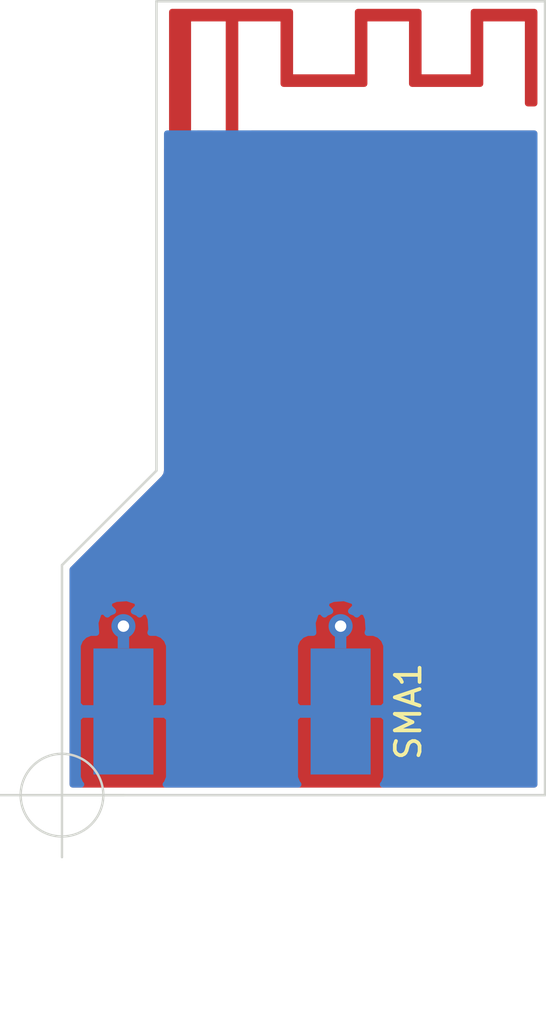
<source format=kicad_pcb>
(kicad_pcb (version 4) (host pcbnew 4.0.5)

  (general
    (links 10)
    (no_connects 2)
    (area 141.518 94.450699 163.549801 135.927001)
    (thickness 1.6)
    (drawings 7)
    (tracks 0)
    (zones 0)
    (modules 1)
    (nets 2)
  )

  (page A4)
  (layers
    (0 F.Cu signal)
    (31 B.Cu signal)
    (32 B.Adhes user hide)
    (33 F.Adhes user hide)
    (34 B.Paste user hide)
    (35 F.Paste user hide)
    (36 B.SilkS user hide)
    (37 F.SilkS user hide)
    (38 B.Mask user hide)
    (39 F.Mask user hide)
    (40 Dwgs.User user hide)
    (41 Cmts.User user hide)
    (42 Eco1.User user hide)
    (43 Eco2.User user hide)
    (44 Edge.Cuts user)
    (45 Margin user hide)
    (46 B.CrtYd user hide)
    (47 F.CrtYd user hide)
    (48 B.Fab user hide)
    (49 F.Fab user hide)
  )

  (setup
    (last_trace_width 0.25)
    (user_trace_width 0.508)
    (user_trace_width 2.29108)
    (trace_clearance 0.2)
    (zone_clearance 0.254)
    (zone_45_only yes)
    (trace_min 0.2)
    (segment_width 0.2)
    (edge_width 0.09652)
    (via_size 0.6)
    (via_drill 0.4)
    (via_min_size 0.2794)
    (via_min_drill 0.3)
    (user_via 0.381 0.3048)
    (uvia_size 0.3)
    (uvia_drill 0.1)
    (uvias_allowed no)
    (uvia_min_size 0.2)
    (uvia_min_drill 0.1)
    (pcb_text_width 0.3)
    (pcb_text_size 1.5 1.5)
    (mod_edge_width 0.15)
    (mod_text_size 1 1)
    (mod_text_width 0.15)
    (pad_size 1.5 1.5)
    (pad_drill 0.6)
    (pad_to_mask_clearance 0)
    (aux_axis_origin 0 0)
    (grid_origin 144.018 126.492)
    (visible_elements 7FFFFFFF)
    (pcbplotparams
      (layerselection 0x01000_80000001)
      (usegerberextensions true)
      (usegerberattributes true)
      (excludeedgelayer true)
      (linewidth 0.096520)
      (plotframeref false)
      (viasonmask false)
      (mode 1)
      (useauxorigin false)
      (hpglpennumber 1)
      (hpglpenspeed 20)
      (hpglpendiameter 15)
      (hpglpenoverlay 2)
      (psnegative false)
      (psa4output false)
      (plotreference true)
      (plotvalue true)
      (plotinvisibletext false)
      (padsonsilk false)
      (subtractmaskfromsilk true)
      (outputformat 1)
      (mirror false)
      (drillshape 0)
      (scaleselection 1)
      (outputdirectory ""))
  )

  (net 0 "")
  (net 1 GND)

  (net_class Default "This is the default net class."
    (clearance 0.2)
    (trace_width 0.25)
    (via_dia 0.6)
    (via_drill 0.4)
    (uvia_dia 0.3)
    (uvia_drill 0.1)
    (add_net GND)
  )

  (module Connectors_Molex:Molex_SMA_Jack_Edge_Mount (layer F.Cu) (tedit 587D2992) (tstamp 58AE1DF6)
    (at 150.876 121.412 90)
    (descr "Molex SMA Jack, Edge Mount, http://www.molex.com/pdm_docs/sd/732511150_sd.pdf")
    (tags "sma edge")
    (path /58AB8622)
    (attr smd)
    (fp_text reference SMA1 (at -1.72 7.11 90) (layer F.SilkS)
      (effects (font (size 1 1) (thickness 0.15)))
    )
    (fp_text value SMA_JPXSTEM1 (at -1.72 -7.11 90) (layer F.Fab)
      (effects (font (size 1 1) (thickness 0.15)))
    )
    (fp_line (start -4.76 -0.38) (end 0.49 -0.38) (layer F.Fab) (width 0.1))
    (fp_line (start -4.76 0.38) (end 0.49 0.38) (layer F.Fab) (width 0.1))
    (fp_line (start 0.49 -0.38) (end 0.49 0.38) (layer F.Fab) (width 0.1))
    (fp_line (start 0.49 3.75) (end 0.49 4.76) (layer F.Fab) (width 0.1))
    (fp_line (start 0.49 -4.76) (end 0.49 -3.75) (layer F.Fab) (width 0.1))
    (fp_line (start -14.29 -6.09) (end -14.29 6.09) (layer F.CrtYd) (width 0.05))
    (fp_line (start -14.29 6.09) (end 2.71 6.09) (layer F.CrtYd) (width 0.05))
    (fp_line (start 2.71 -6.09) (end 2.71 6.09) (layer B.CrtYd) (width 0.05))
    (fp_line (start -14.29 -6.09) (end 2.71 -6.09) (layer B.CrtYd) (width 0.05))
    (fp_line (start -14.29 -6.09) (end -14.29 6.09) (layer B.CrtYd) (width 0.05))
    (fp_line (start -14.29 6.09) (end 2.71 6.09) (layer B.CrtYd) (width 0.05))
    (fp_line (start 2.71 -6.09) (end 2.71 6.09) (layer F.CrtYd) (width 0.05))
    (fp_line (start 2.71 -6.09) (end -14.29 -6.09) (layer F.CrtYd) (width 0.05))
    (fp_line (start -4.76 -3.75) (end 0.49 -3.75) (layer F.Fab) (width 0.1))
    (fp_line (start -4.76 3.75) (end 0.49 3.75) (layer F.Fab) (width 0.1))
    (fp_line (start -13.79 -2.65) (end -5.91 -2.65) (layer F.Fab) (width 0.1))
    (fp_line (start -13.79 -2.65) (end -13.79 2.65) (layer F.Fab) (width 0.1))
    (fp_line (start -13.79 2.65) (end -5.91 2.65) (layer F.Fab) (width 0.1))
    (fp_line (start -4.76 -3.75) (end -4.76 3.75) (layer F.Fab) (width 0.1))
    (fp_line (start 0.49 -4.76) (end -5.91 -4.76) (layer F.Fab) (width 0.1))
    (fp_line (start -5.91 -4.76) (end -5.91 4.76) (layer F.Fab) (width 0.1))
    (fp_line (start -5.91 4.76) (end 0.49 4.76) (layer F.Fab) (width 0.1))
    (pad 1 smd rect (at -1.72 0 90) (size 5.08 2.29) (layers F.Cu F.Paste F.Mask)
      (net 1 GND))
    (pad 2 smd rect (at -1.72 -4.38 90) (size 5.08 2.42) (layers F.Cu F.Paste F.Mask)
      (net 1 GND))
    (pad 2 smd rect (at -1.72 4.38 90) (size 5.08 2.42) (layers F.Cu F.Paste F.Mask)
      (net 1 GND))
    (pad 2 smd rect (at -1.72 -4.38 90) (size 5.08 2.42) (layers B.Cu B.Paste B.Mask)
      (net 1 GND))
    (pad 2 smd rect (at -1.72 4.38 90) (size 5.08 2.42) (layers B.Cu B.Paste B.Mask)
      (net 1 GND))
    (pad 2 thru_hole circle (at 1.72 -4.38 90) (size 0.97 0.97) (drill 0.46) (layers *.Cu)
      (net 1 GND))
    (pad 2 thru_hole circle (at 1.72 4.38 90) (size 0.97 0.97) (drill 0.46) (layers *.Cu)
      (net 1 GND))
    (pad 2 smd rect (at 1.27 -4.38 90) (size 0.89 0.46) (layers F.Cu)
      (net 1 GND))
    (pad 2 smd rect (at 1.27 4.38 90) (size 0.89 0.46) (layers F.Cu)
      (net 1 GND))
    (pad 2 smd rect (at 1.27 -4.38 90) (size 0.89 0.46) (layers B.Cu)
      (net 1 GND))
    (pad 2 smd rect (at 1.27 4.38 90) (size 0.89 0.46) (layers B.Cu)
      (net 1 GND))
  )

  (target plus (at 144.018 126.5047) (size 5) (width 0.09652) (layer Edge.Cuts))
  (gr_line (start 163.4998 94.5007) (end 163.4998 126.5047) (angle 90) (layer Edge.Cuts) (width 0.1))
  (gr_line (start 147.828 94.5007) (end 163.4998 94.5007) (angle 90) (layer Edge.Cuts) (width 0.1))
  (gr_line (start 147.828 113.4237) (end 147.828 94.5007) (angle 90) (layer Edge.Cuts) (width 0.1))
  (gr_line (start 144.018 117.2337) (end 147.828 113.4237) (angle 90) (layer Edge.Cuts) (width 0.1))
  (gr_line (start 144.018 126.5047) (end 144.018 117.2337) (angle 90) (layer Edge.Cuts) (width 0.1))
  (gr_line (start 163.4998 126.5047) (end 144.018 126.5047) (angle 90) (layer Edge.Cuts) (width 0.1))

  (zone (net 1) (net_name GND) (layer F.Cu) (tstamp 58AE73CE) (hatch edge 0.508)
    (connect_pads yes (clearance 0.254))
    (min_thickness 0.254)
    (fill yes (mode segment) (arc_segments 16) (thermal_gap 0.508) (thermal_bridge_width 0.508))
    (polygon
      (pts
        (xy 153.3398 97.4471) (xy 155.829 97.4471) (xy 155.829 94.8055) (xy 158.5214 94.8055) (xy 158.5214 97.4471)
        (xy 160.5026 97.4471) (xy 160.5026 94.8055) (xy 163.195 94.8055) (xy 163.195 98.7425) (xy 162.687 98.7425)
        (xy 162.687 95.3135) (xy 161.0106 95.3135) (xy 161.0106 97.9551) (xy 158.0134 97.9551) (xy 158.0134 95.3135)
        (xy 156.337 95.3135) (xy 156.337 97.9551) (xy 152.8318 97.9551) (xy 152.8318 95.3135) (xy 151.13 95.3135)
        (xy 151.13 99.7077) (xy 152.019 100.7237) (xy 152.019 125.6665) (xy 149.733 125.6665) (xy 149.733 100.7237)
        (xy 150.622 99.7077) (xy 150.622 95.3135) (xy 149.225 95.3135) (xy 149.225 100.2157) (xy 148.844 100.2157)
        (xy 148.844 100.3427) (xy 149.352 100.3427) (xy 149.352 99.7077) (xy 150.368 99.7077) (xy 149.479 100.7237)
        (xy 149.479 125.9205) (xy 152.273 125.9205) (xy 152.273 100.7237) (xy 151.384 99.7077) (xy 163.4998 99.7077)
        (xy 163.4998 126.5047) (xy 144.018 126.5047) (xy 144.018 117.2337) (xy 147.828 113.4237) (xy 147.828 99.7077)
        (xy 148.209 99.7077) (xy 148.209 100.3427) (xy 148.717 100.3427) (xy 148.717 100.2157) (xy 148.336 100.2157)
        (xy 148.336 99.7077) (xy 148.336 94.8055) (xy 153.3398 94.8055)
      )
    )
    (filled_polygon
      (pts
        (xy 149.383423 100.64007) (xy 149.358416 100.683844) (xy 149.352 100.7237) (xy 149.352 125.9205) (xy 149.362006 125.96991)
        (xy 149.390447 126.011535) (xy 149.432841 126.038815) (xy 149.479 126.0475) (xy 152.273 126.0475) (xy 152.32241 126.037494)
        (xy 152.364035 126.009053) (xy 152.391315 125.966659) (xy 152.4 125.9205) (xy 152.4 100.7237) (xy 152.389994 100.67429)
        (xy 152.368577 100.64007) (xy 151.663878 99.8347) (xy 163.0688 99.8347) (xy 163.0688 126.0737) (xy 144.449 126.0737)
        (xy 144.449 117.412226) (xy 148.132763 113.728463) (xy 148.226193 113.588636) (xy 148.259 113.4237) (xy 148.259 100.4697)
        (xy 148.717 100.4697) (xy 148.76641 100.459694) (xy 148.780659 100.449958) (xy 148.797841 100.461015) (xy 148.844 100.4697)
        (xy 149.352 100.4697) (xy 149.40141 100.459694) (xy 149.443035 100.431253) (xy 149.470315 100.388859) (xy 149.479 100.3427)
        (xy 149.479 99.8347) (xy 150.088122 99.8347)
      )
    )
    (filled_polygon
      (pts
        (xy 153.2128 97.4471) (xy 153.222806 97.49651) (xy 153.251247 97.538135) (xy 153.293641 97.565415) (xy 153.3398 97.5741)
        (xy 155.829 97.5741) (xy 155.87841 97.564094) (xy 155.920035 97.535653) (xy 155.947315 97.493259) (xy 155.956 97.4471)
        (xy 155.956 94.9325) (xy 158.3944 94.9325) (xy 158.3944 97.4471) (xy 158.404406 97.49651) (xy 158.432847 97.538135)
        (xy 158.475241 97.565415) (xy 158.5214 97.5741) (xy 160.5026 97.5741) (xy 160.55201 97.564094) (xy 160.593635 97.535653)
        (xy 160.620915 97.493259) (xy 160.6296 97.4471) (xy 160.6296 94.9325) (xy 163.068 94.9325) (xy 163.068 98.6155)
        (xy 162.814 98.6155) (xy 162.814 95.3135) (xy 162.803994 95.26409) (xy 162.775553 95.222465) (xy 162.733159 95.195185)
        (xy 162.687 95.1865) (xy 161.0106 95.1865) (xy 160.96119 95.196506) (xy 160.919565 95.224947) (xy 160.892285 95.267341)
        (xy 160.8836 95.3135) (xy 160.8836 97.8281) (xy 158.1404 97.8281) (xy 158.1404 95.3135) (xy 158.130394 95.26409)
        (xy 158.101953 95.222465) (xy 158.059559 95.195185) (xy 158.0134 95.1865) (xy 156.337 95.1865) (xy 156.28759 95.196506)
        (xy 156.245965 95.224947) (xy 156.218685 95.267341) (xy 156.21 95.3135) (xy 156.21 97.8281) (xy 152.9588 97.8281)
        (xy 152.9588 95.3135) (xy 152.948794 95.26409) (xy 152.920353 95.222465) (xy 152.877959 95.195185) (xy 152.8318 95.1865)
        (xy 151.13 95.1865) (xy 151.08059 95.196506) (xy 151.038965 95.224947) (xy 151.011685 95.267341) (xy 151.003 95.3135)
        (xy 151.003 99.7077) (xy 151.013006 99.75711) (xy 151.034423 99.79133) (xy 151.892 100.771418) (xy 151.892 125.5395)
        (xy 149.86 125.5395) (xy 149.86 100.771418) (xy 150.717577 99.79133) (xy 150.742584 99.747556) (xy 150.749 99.7077)
        (xy 150.749 95.3135) (xy 150.738994 95.26409) (xy 150.710553 95.222465) (xy 150.668159 95.195185) (xy 150.622 95.1865)
        (xy 149.225 95.1865) (xy 149.17559 95.196506) (xy 149.133965 95.224947) (xy 149.106685 95.267341) (xy 149.098 95.3135)
        (xy 149.098 100.0887) (xy 148.844 100.0887) (xy 148.79459 100.098706) (xy 148.780341 100.108442) (xy 148.763159 100.097385)
        (xy 148.717 100.0887) (xy 148.463 100.0887) (xy 148.463 94.9325) (xy 153.2128 94.9325)
      )
    )
    (fill_segments
      (pts (xy 149.479 99.8347) (xy 150.088122 99.8347))
      (pts (xy 151.663878 99.8347) (xy 163.0688 99.8347))
      (pts (xy 149.479 100.0379) (xy 149.910322 100.0379))
      (pts (xy 151.841679 100.0379) (xy 163.0688 100.0379))
      (pts (xy 149.479 100.2411) (xy 149.732522 100.2411))
      (pts (xy 152.019479 100.2411) (xy 163.0688 100.2411))
      (pts (xy 149.423939 100.4443) (xy 149.554722 100.4443))
      (pts (xy 152.197279 100.4443) (xy 163.0688 100.4443))
      (pts (xy 148.259 100.6475) (xy 149.379179 100.6475))
      (pts (xy 152.373228 100.6475) (xy 163.0688 100.6475))
      (pts (xy 148.259 100.8507) (xy 149.352 100.8507))
      (pts (xy 152.4 100.8507) (xy 163.0688 100.8507))
      (pts (xy 148.259 101.0539) (xy 149.352 101.0539))
      (pts (xy 152.4 101.0539) (xy 163.0688 101.0539))
      (pts (xy 148.259 101.2571) (xy 149.352 101.2571))
      (pts (xy 152.4 101.2571) (xy 163.0688 101.2571))
      (pts (xy 148.259 101.4603) (xy 149.352 101.4603))
      (pts (xy 152.4 101.4603) (xy 163.0688 101.4603))
      (pts (xy 148.259 101.6635) (xy 149.352 101.6635))
      (pts (xy 152.4 101.6635) (xy 163.0688 101.6635))
      (pts (xy 148.259 101.8667) (xy 149.352 101.8667))
      (pts (xy 152.4 101.8667) (xy 163.0688 101.8667))
      (pts (xy 148.259 102.0699) (xy 149.352 102.0699))
      (pts (xy 152.4 102.0699) (xy 163.0688 102.0699))
      (pts (xy 148.259 102.2731) (xy 149.352 102.2731))
      (pts (xy 152.4 102.2731) (xy 163.0688 102.2731))
      (pts (xy 148.259 102.4763) (xy 149.352 102.4763))
      (pts (xy 152.4 102.4763) (xy 163.0688 102.4763))
      (pts (xy 148.259 102.6795) (xy 149.352 102.6795))
      (pts (xy 152.4 102.6795) (xy 163.0688 102.6795))
      (pts (xy 148.259 102.8827) (xy 149.352 102.8827))
      (pts (xy 152.4 102.8827) (xy 163.0688 102.8827))
      (pts (xy 148.259 103.0859) (xy 149.352 103.0859))
      (pts (xy 152.4 103.0859) (xy 163.0688 103.0859))
      (pts (xy 148.259 103.2891) (xy 149.352 103.2891))
      (pts (xy 152.4 103.2891) (xy 163.0688 103.2891))
      (pts (xy 148.259 103.4923) (xy 149.352 103.4923))
      (pts (xy 152.4 103.4923) (xy 163.0688 103.4923))
      (pts (xy 148.259 103.6955) (xy 149.352 103.6955))
      (pts (xy 152.4 103.6955) (xy 163.0688 103.6955))
      (pts (xy 148.259 103.8987) (xy 149.352 103.8987))
      (pts (xy 152.4 103.8987) (xy 163.0688 103.8987))
      (pts (xy 148.259 104.1019) (xy 149.352 104.1019))
      (pts (xy 152.4 104.1019) (xy 163.0688 104.1019))
      (pts (xy 148.259 104.3051) (xy 149.352 104.3051))
      (pts (xy 152.4 104.3051) (xy 163.0688 104.3051))
      (pts (xy 148.259 104.5083) (xy 149.352 104.5083))
      (pts (xy 152.4 104.5083) (xy 163.0688 104.5083))
      (pts (xy 148.259 104.7115) (xy 149.352 104.7115))
      (pts (xy 152.4 104.7115) (xy 163.0688 104.7115))
      (pts (xy 148.259 104.9147) (xy 149.352 104.9147))
      (pts (xy 152.4 104.9147) (xy 163.0688 104.9147))
      (pts (xy 148.259 105.1179) (xy 149.352 105.1179))
      (pts (xy 152.4 105.1179) (xy 163.0688 105.1179))
      (pts (xy 148.259 105.3211) (xy 149.352 105.3211))
      (pts (xy 152.4 105.3211) (xy 163.0688 105.3211))
      (pts (xy 148.259 105.5243) (xy 149.352 105.5243))
      (pts (xy 152.4 105.5243) (xy 163.0688 105.5243))
      (pts (xy 148.259 105.7275) (xy 149.352 105.7275))
      (pts (xy 152.4 105.7275) (xy 163.0688 105.7275))
      (pts (xy 148.259 105.9307) (xy 149.352 105.9307))
      (pts (xy 152.4 105.9307) (xy 163.0688 105.9307))
      (pts (xy 148.259 106.1339) (xy 149.352 106.1339))
      (pts (xy 152.4 106.1339) (xy 163.0688 106.1339))
      (pts (xy 148.259 106.3371) (xy 149.352 106.3371))
      (pts (xy 152.4 106.3371) (xy 163.0688 106.3371))
      (pts (xy 148.259 106.5403) (xy 149.352 106.5403))
      (pts (xy 152.4 106.5403) (xy 163.0688 106.5403))
      (pts (xy 148.259 106.7435) (xy 149.352 106.7435))
      (pts (xy 152.4 106.7435) (xy 163.0688 106.7435))
      (pts (xy 148.259 106.9467) (xy 149.352 106.9467))
      (pts (xy 152.4 106.9467) (xy 163.0688 106.9467))
      (pts (xy 148.259 107.1499) (xy 149.352 107.1499))
      (pts (xy 152.4 107.1499) (xy 163.0688 107.1499))
      (pts (xy 148.259 107.3531) (xy 149.352 107.3531))
      (pts (xy 152.4 107.3531) (xy 163.0688 107.3531))
      (pts (xy 148.259 107.5563) (xy 149.352 107.5563))
      (pts (xy 152.4 107.5563) (xy 163.0688 107.5563))
      (pts (xy 148.259 107.7595) (xy 149.352 107.7595))
      (pts (xy 152.4 107.7595) (xy 163.0688 107.7595))
      (pts (xy 148.259 107.9627) (xy 149.352 107.9627))
      (pts (xy 152.4 107.9627) (xy 163.0688 107.9627))
      (pts (xy 148.259 108.1659) (xy 149.352 108.1659))
      (pts (xy 152.4 108.1659) (xy 163.0688 108.1659))
      (pts (xy 148.259 108.3691) (xy 149.352 108.3691))
      (pts (xy 152.4 108.3691) (xy 163.0688 108.3691))
      (pts (xy 148.259 108.5723) (xy 149.352 108.5723))
      (pts (xy 152.4 108.5723) (xy 163.0688 108.5723))
      (pts (xy 148.259 108.7755) (xy 149.352 108.7755))
      (pts (xy 152.4 108.7755) (xy 163.0688 108.7755))
      (pts (xy 148.259 108.9787) (xy 149.352 108.9787))
      (pts (xy 152.4 108.9787) (xy 163.0688 108.9787))
      (pts (xy 148.259 109.1819) (xy 149.352 109.1819))
      (pts (xy 152.4 109.1819) (xy 163.0688 109.1819))
      (pts (xy 148.259 109.3851) (xy 149.352 109.3851))
      (pts (xy 152.4 109.3851) (xy 163.0688 109.3851))
      (pts (xy 148.259 109.5883) (xy 149.352 109.5883))
      (pts (xy 152.4 109.5883) (xy 163.0688 109.5883))
      (pts (xy 148.259 109.7915) (xy 149.352 109.7915))
      (pts (xy 152.4 109.7915) (xy 163.0688 109.7915))
      (pts (xy 148.259 109.9947) (xy 149.352 109.9947))
      (pts (xy 152.4 109.9947) (xy 163.0688 109.9947))
      (pts (xy 148.259 110.1979) (xy 149.352 110.1979))
      (pts (xy 152.4 110.1979) (xy 163.0688 110.1979))
      (pts (xy 148.259 110.4011) (xy 149.352 110.4011))
      (pts (xy 152.4 110.4011) (xy 163.0688 110.4011))
      (pts (xy 148.259 110.6043) (xy 149.352 110.6043))
      (pts (xy 152.4 110.6043) (xy 163.0688 110.6043))
      (pts (xy 148.259 110.8075) (xy 149.352 110.8075))
      (pts (xy 152.4 110.8075) (xy 163.0688 110.8075))
      (pts (xy 148.259 111.0107) (xy 149.352 111.0107))
      (pts (xy 152.4 111.0107) (xy 163.0688 111.0107))
      (pts (xy 148.259 111.2139) (xy 149.352 111.2139))
      (pts (xy 152.4 111.2139) (xy 163.0688 111.2139))
      (pts (xy 148.259 111.4171) (xy 149.352 111.4171))
      (pts (xy 152.4 111.4171) (xy 163.0688 111.4171))
      (pts (xy 148.259 111.6203) (xy 149.352 111.6203))
      (pts (xy 152.4 111.6203) (xy 163.0688 111.6203))
      (pts (xy 148.259 111.8235) (xy 149.352 111.8235))
      (pts (xy 152.4 111.8235) (xy 163.0688 111.8235))
      (pts (xy 148.259 112.0267) (xy 149.352 112.0267))
      (pts (xy 152.4 112.0267) (xy 163.0688 112.0267))
      (pts (xy 148.259 112.2299) (xy 149.352 112.2299))
      (pts (xy 152.4 112.2299) (xy 163.0688 112.2299))
      (pts (xy 148.259 112.4331) (xy 149.352 112.4331))
      (pts (xy 152.4 112.4331) (xy 163.0688 112.4331))
      (pts (xy 148.259 112.6363) (xy 149.352 112.6363))
      (pts (xy 152.4 112.6363) (xy 163.0688 112.6363))
      (pts (xy 148.259 112.8395) (xy 149.352 112.8395))
      (pts (xy 152.4 112.8395) (xy 163.0688 112.8395))
      (pts (xy 148.259 113.0427) (xy 149.352 113.0427))
      (pts (xy 152.4 113.0427) (xy 163.0688 113.0427))
      (pts (xy 148.259 113.2459) (xy 149.352 113.2459))
      (pts (xy 152.4 113.2459) (xy 163.0688 113.2459))
      (pts (xy 148.253947 113.4491) (xy 149.352 113.4491))
      (pts (xy 152.4 113.4491) (xy 163.0688 113.4491))
      (pts (xy 148.183653 113.6523) (xy 149.352 113.6523))
      (pts (xy 152.4 113.6523) (xy 163.0688 113.6523))
      (pts (xy 148.005726 113.8555) (xy 149.352 113.8555))
      (pts (xy 152.4 113.8555) (xy 163.0688 113.8555))
      (pts (xy 147.802526 114.0587) (xy 149.352 114.0587))
      (pts (xy 152.4 114.0587) (xy 163.0688 114.0587))
      (pts (xy 147.599326 114.2619) (xy 149.352 114.2619))
      (pts (xy 152.4 114.2619) (xy 163.0688 114.2619))
      (pts (xy 147.396126 114.4651) (xy 149.352 114.4651))
      (pts (xy 152.4 114.4651) (xy 163.0688 114.4651))
      (pts (xy 147.192926 114.6683) (xy 149.352 114.6683))
      (pts (xy 152.4 114.6683) (xy 163.0688 114.6683))
      (pts (xy 146.989726 114.8715) (xy 149.352 114.8715))
      (pts (xy 152.4 114.8715) (xy 163.0688 114.8715))
      (pts (xy 146.786526 115.0747) (xy 149.352 115.0747))
      (pts (xy 152.4 115.0747) (xy 163.0688 115.0747))
      (pts (xy 146.583326 115.2779) (xy 149.352 115.2779))
      (pts (xy 152.4 115.2779) (xy 163.0688 115.2779))
      (pts (xy 146.380126 115.4811) (xy 149.352 115.4811))
      (pts (xy 152.4 115.4811) (xy 163.0688 115.4811))
      (pts (xy 146.176926 115.6843) (xy 149.352 115.6843))
      (pts (xy 152.4 115.6843) (xy 163.0688 115.6843))
      (pts (xy 145.973726 115.8875) (xy 149.352 115.8875))
      (pts (xy 152.4 115.8875) (xy 163.0688 115.8875))
      (pts (xy 145.770526 116.0907) (xy 149.352 116.0907))
      (pts (xy 152.4 116.0907) (xy 163.0688 116.0907))
      (pts (xy 145.567326 116.2939) (xy 149.352 116.2939))
      (pts (xy 152.4 116.2939) (xy 163.0688 116.2939))
      (pts (xy 145.364126 116.4971) (xy 149.352 116.4971))
      (pts (xy 152.4 116.4971) (xy 163.0688 116.4971))
      (pts (xy 145.160926 116.7003) (xy 149.352 116.7003))
      (pts (xy 152.4 116.7003) (xy 163.0688 116.7003))
      (pts (xy 144.957726 116.9035) (xy 149.352 116.9035))
      (pts (xy 152.4 116.9035) (xy 163.0688 116.9035))
      (pts (xy 144.754526 117.1067) (xy 149.352 117.1067))
      (pts (xy 152.4 117.1067) (xy 163.0688 117.1067))
      (pts (xy 144.551326 117.3099) (xy 149.352 117.3099))
      (pts (xy 152.4 117.3099) (xy 163.0688 117.3099))
      (pts (xy 144.449 117.5131) (xy 149.352 117.5131))
      (pts (xy 152.4 117.5131) (xy 163.0688 117.5131))
      (pts (xy 144.449 117.7163) (xy 149.352 117.7163))
      (pts (xy 152.4 117.7163) (xy 163.0688 117.7163))
      (pts (xy 144.449 117.9195) (xy 149.352 117.9195))
      (pts (xy 152.4 117.9195) (xy 163.0688 117.9195))
      (pts (xy 144.449 118.1227) (xy 149.352 118.1227))
      (pts (xy 152.4 118.1227) (xy 163.0688 118.1227))
      (pts (xy 144.449 118.3259) (xy 149.352 118.3259))
      (pts (xy 152.4 118.3259) (xy 163.0688 118.3259))
      (pts (xy 144.449 118.5291) (xy 149.352 118.5291))
      (pts (xy 152.4 118.5291) (xy 163.0688 118.5291))
      (pts (xy 144.449 118.7323) (xy 149.352 118.7323))
      (pts (xy 152.4 118.7323) (xy 163.0688 118.7323))
      (pts (xy 144.449 118.9355) (xy 149.352 118.9355))
      (pts (xy 152.4 118.9355) (xy 163.0688 118.9355))
      (pts (xy 144.449 119.1387) (xy 149.352 119.1387))
      (pts (xy 152.4 119.1387) (xy 163.0688 119.1387))
      (pts (xy 144.449 119.3419) (xy 149.352 119.3419))
      (pts (xy 152.4 119.3419) (xy 163.0688 119.3419))
      (pts (xy 144.449 119.5451) (xy 149.352 119.5451))
      (pts (xy 152.4 119.5451) (xy 163.0688 119.5451))
      (pts (xy 144.449 119.7483) (xy 149.352 119.7483))
      (pts (xy 152.4 119.7483) (xy 163.0688 119.7483))
      (pts (xy 144.449 119.9515) (xy 149.352 119.9515))
      (pts (xy 152.4 119.9515) (xy 163.0688 119.9515))
      (pts (xy 144.449 120.1547) (xy 149.352 120.1547))
      (pts (xy 152.4 120.1547) (xy 163.0688 120.1547))
      (pts (xy 144.449 120.3579) (xy 149.352 120.3579))
      (pts (xy 152.4 120.3579) (xy 163.0688 120.3579))
      (pts (xy 144.449 120.5611) (xy 149.352 120.5611))
      (pts (xy 152.4 120.5611) (xy 163.0688 120.5611))
      (pts (xy 144.449 120.7643) (xy 149.352 120.7643))
      (pts (xy 152.4 120.7643) (xy 163.0688 120.7643))
      (pts (xy 144.449 120.9675) (xy 149.352 120.9675))
      (pts (xy 152.4 120.9675) (xy 163.0688 120.9675))
      (pts (xy 144.449 121.1707) (xy 149.352 121.1707))
      (pts (xy 152.4 121.1707) (xy 163.0688 121.1707))
      (pts (xy 144.449 121.3739) (xy 149.352 121.3739))
      (pts (xy 152.4 121.3739) (xy 163.0688 121.3739))
      (pts (xy 144.449 121.5771) (xy 149.352 121.5771))
      (pts (xy 152.4 121.5771) (xy 163.0688 121.5771))
      (pts (xy 144.449 121.7803) (xy 149.352 121.7803))
      (pts (xy 152.4 121.7803) (xy 163.0688 121.7803))
      (pts (xy 144.449 121.9835) (xy 149.352 121.9835))
      (pts (xy 152.4 121.9835) (xy 163.0688 121.9835))
      (pts (xy 144.449 122.1867) (xy 149.352 122.1867))
      (pts (xy 152.4 122.1867) (xy 163.0688 122.1867))
      (pts (xy 144.449 122.3899) (xy 149.352 122.3899))
      (pts (xy 152.4 122.3899) (xy 163.0688 122.3899))
      (pts (xy 144.449 122.5931) (xy 149.352 122.5931))
      (pts (xy 152.4 122.5931) (xy 163.0688 122.5931))
      (pts (xy 144.449 122.7963) (xy 149.352 122.7963))
      (pts (xy 152.4 122.7963) (xy 163.0688 122.7963))
      (pts (xy 144.449 122.9995) (xy 149.352 122.9995))
      (pts (xy 152.4 122.9995) (xy 163.0688 122.9995))
      (pts (xy 144.449 123.2027) (xy 149.352 123.2027))
      (pts (xy 152.4 123.2027) (xy 163.0688 123.2027))
      (pts (xy 144.449 123.4059) (xy 149.352 123.4059))
      (pts (xy 152.4 123.4059) (xy 163.0688 123.4059))
      (pts (xy 144.449 123.6091) (xy 149.352 123.6091))
      (pts (xy 152.4 123.6091) (xy 163.0688 123.6091))
      (pts (xy 144.449 123.8123) (xy 149.352 123.8123))
      (pts (xy 152.4 123.8123) (xy 163.0688 123.8123))
      (pts (xy 144.449 124.0155) (xy 149.352 124.0155))
      (pts (xy 152.4 124.0155) (xy 163.0688 124.0155))
      (pts (xy 144.449 124.2187) (xy 149.352 124.2187))
      (pts (xy 152.4 124.2187) (xy 163.0688 124.2187))
      (pts (xy 144.449 124.4219) (xy 149.352 124.4219))
      (pts (xy 152.4 124.4219) (xy 163.0688 124.4219))
      (pts (xy 144.449 124.6251) (xy 149.352 124.6251))
      (pts (xy 152.4 124.6251) (xy 163.0688 124.6251))
      (pts (xy 144.449 124.8283) (xy 149.352 124.8283))
      (pts (xy 152.4 124.8283) (xy 163.0688 124.8283))
      (pts (xy 144.449 125.0315) (xy 149.352 125.0315))
      (pts (xy 152.4 125.0315) (xy 163.0688 125.0315))
      (pts (xy 144.449 125.2347) (xy 149.352 125.2347))
      (pts (xy 152.4 125.2347) (xy 163.0688 125.2347))
      (pts (xy 144.449 125.4379) (xy 149.352 125.4379))
      (pts (xy 152.4 125.4379) (xy 163.0688 125.4379))
      (pts (xy 144.449 125.6411) (xy 149.352 125.6411))
      (pts (xy 152.4 125.6411) (xy 163.0688 125.6411))
      (pts (xy 144.449 125.8443) (xy 149.352 125.8443))
      (pts (xy 152.4 125.8443) (xy 163.0688 125.8443))
      (pts (xy 144.449 126.0475) (xy 163.0688 126.0475))
      (pts (xy 148.463 94.9325) (xy 153.2128 94.9325))
      (pts (xy 155.956 94.9325) (xy 158.3944 94.9325))
      (pts (xy 160.6296 94.9325) (xy 163.068 94.9325))
      (pts (xy 148.463 95.1357) (xy 153.2128 95.1357))
      (pts (xy 155.956 95.1357) (xy 158.3944 95.1357))
      (pts (xy 160.6296 95.1357) (xy 163.068 95.1357))
      (pts (xy 148.463 95.3389) (xy 149.098 95.3389))
      (pts (xy 150.749 95.3389) (xy 151.003 95.3389))
      (pts (xy 152.9588 95.3389) (xy 153.2128 95.3389))
      (pts (xy 155.956 95.3389) (xy 156.21 95.3389))
      (pts (xy 158.1404 95.3389) (xy 158.3944 95.3389))
      (pts (xy 160.6296 95.3389) (xy 160.8836 95.3389))
      (pts (xy 162.814 95.3389) (xy 163.068 95.3389))
      (pts (xy 148.463 95.5421) (xy 149.098 95.5421))
      (pts (xy 150.749 95.5421) (xy 151.003 95.5421))
      (pts (xy 152.9588 95.5421) (xy 153.2128 95.5421))
      (pts (xy 155.956 95.5421) (xy 156.21 95.5421))
      (pts (xy 158.1404 95.5421) (xy 158.3944 95.5421))
      (pts (xy 160.6296 95.5421) (xy 160.8836 95.5421))
      (pts (xy 162.814 95.5421) (xy 163.068 95.5421))
      (pts (xy 148.463 95.7453) (xy 149.098 95.7453))
      (pts (xy 150.749 95.7453) (xy 151.003 95.7453))
      (pts (xy 152.9588 95.7453) (xy 153.2128 95.7453))
      (pts (xy 155.956 95.7453) (xy 156.21 95.7453))
      (pts (xy 158.1404 95.7453) (xy 158.3944 95.7453))
      (pts (xy 160.6296 95.7453) (xy 160.8836 95.7453))
      (pts (xy 162.814 95.7453) (xy 163.068 95.7453))
      (pts (xy 148.463 95.9485) (xy 149.098 95.9485))
      (pts (xy 150.749 95.9485) (xy 151.003 95.9485))
      (pts (xy 152.9588 95.9485) (xy 153.2128 95.9485))
      (pts (xy 155.956 95.9485) (xy 156.21 95.9485))
      (pts (xy 158.1404 95.9485) (xy 158.3944 95.9485))
      (pts (xy 160.6296 95.9485) (xy 160.8836 95.9485))
      (pts (xy 162.814 95.9485) (xy 163.068 95.9485))
      (pts (xy 148.463 96.1517) (xy 149.098 96.1517))
      (pts (xy 150.749 96.1517) (xy 151.003 96.1517))
      (pts (xy 152.9588 96.1517) (xy 153.2128 96.1517))
      (pts (xy 155.956 96.1517) (xy 156.21 96.1517))
      (pts (xy 158.1404 96.1517) (xy 158.3944 96.1517))
      (pts (xy 160.6296 96.1517) (xy 160.8836 96.1517))
      (pts (xy 162.814 96.1517) (xy 163.068 96.1517))
      (pts (xy 148.463 96.3549) (xy 149.098 96.3549))
      (pts (xy 150.749 96.3549) (xy 151.003 96.3549))
      (pts (xy 152.9588 96.3549) (xy 153.2128 96.3549))
      (pts (xy 155.956 96.3549) (xy 156.21 96.3549))
      (pts (xy 158.1404 96.3549) (xy 158.3944 96.3549))
      (pts (xy 160.6296 96.3549) (xy 160.8836 96.3549))
      (pts (xy 162.814 96.3549) (xy 163.068 96.3549))
      (pts (xy 148.463 96.5581) (xy 149.098 96.5581))
      (pts (xy 150.749 96.5581) (xy 151.003 96.5581))
      (pts (xy 152.9588 96.5581) (xy 153.2128 96.5581))
      (pts (xy 155.956 96.5581) (xy 156.21 96.5581))
      (pts (xy 158.1404 96.5581) (xy 158.3944 96.5581))
      (pts (xy 160.6296 96.5581) (xy 160.8836 96.5581))
      (pts (xy 162.814 96.5581) (xy 163.068 96.5581))
      (pts (xy 148.463 96.7613) (xy 149.098 96.7613))
      (pts (xy 150.749 96.7613) (xy 151.003 96.7613))
      (pts (xy 152.9588 96.7613) (xy 153.2128 96.7613))
      (pts (xy 155.956 96.7613) (xy 156.21 96.7613))
      (pts (xy 158.1404 96.7613) (xy 158.3944 96.7613))
      (pts (xy 160.6296 96.7613) (xy 160.8836 96.7613))
      (pts (xy 162.814 96.7613) (xy 163.068 96.7613))
      (pts (xy 148.463 96.9645) (xy 149.098 96.9645))
      (pts (xy 150.749 96.9645) (xy 151.003 96.9645))
      (pts (xy 152.9588 96.9645) (xy 153.2128 96.9645))
      (pts (xy 155.956 96.9645) (xy 156.21 96.9645))
      (pts (xy 158.1404 96.9645) (xy 158.3944 96.9645))
      (pts (xy 160.6296 96.9645) (xy 160.8836 96.9645))
      (pts (xy 162.814 96.9645) (xy 163.068 96.9645))
      (pts (xy 148.463 97.1677) (xy 149.098 97.1677))
      (pts (xy 150.749 97.1677) (xy 151.003 97.1677))
      (pts (xy 152.9588 97.1677) (xy 153.2128 97.1677))
      (pts (xy 155.956 97.1677) (xy 156.21 97.1677))
      (pts (xy 158.1404 97.1677) (xy 158.3944 97.1677))
      (pts (xy 160.6296 97.1677) (xy 160.8836 97.1677))
      (pts (xy 162.814 97.1677) (xy 163.068 97.1677))
      (pts (xy 148.463 97.3709) (xy 149.098 97.3709))
      (pts (xy 150.749 97.3709) (xy 151.003 97.3709))
      (pts (xy 152.9588 97.3709) (xy 153.2128 97.3709))
      (pts (xy 155.956 97.3709) (xy 156.21 97.3709))
      (pts (xy 158.1404 97.3709) (xy 158.3944 97.3709))
      (pts (xy 160.6296 97.3709) (xy 160.8836 97.3709))
      (pts (xy 162.814 97.3709) (xy 163.068 97.3709))
      (pts (xy 148.463 97.5741) (xy 149.098 97.5741))
      (pts (xy 150.749 97.5741) (xy 151.003 97.5741))
      (pts (xy 152.9588 97.5741) (xy 156.21 97.5741))
      (pts (xy 158.1404 97.5741) (xy 160.8836 97.5741))
      (pts (xy 162.814 97.5741) (xy 163.068 97.5741))
      (pts (xy 148.463 97.7773) (xy 149.098 97.7773))
      (pts (xy 150.749 97.7773) (xy 151.003 97.7773))
      (pts (xy 152.9588 97.7773) (xy 156.21 97.7773))
      (pts (xy 158.1404 97.7773) (xy 160.8836 97.7773))
      (pts (xy 162.814 97.7773) (xy 163.068 97.7773))
      (pts (xy 148.463 97.9805) (xy 149.098 97.9805))
      (pts (xy 150.749 97.9805) (xy 151.003 97.9805))
      (pts (xy 162.814 97.9805) (xy 163.068 97.9805))
      (pts (xy 148.463 98.1837) (xy 149.098 98.1837))
      (pts (xy 150.749 98.1837) (xy 151.003 98.1837))
      (pts (xy 162.814 98.1837) (xy 163.068 98.1837))
      (pts (xy 148.463 98.3869) (xy 149.098 98.3869))
      (pts (xy 150.749 98.3869) (xy 151.003 98.3869))
      (pts (xy 162.814 98.3869) (xy 163.068 98.3869))
      (pts (xy 148.463 98.5901) (xy 149.098 98.5901))
      (pts (xy 150.749 98.5901) (xy 151.003 98.5901))
      (pts (xy 162.814 98.5901) (xy 163.068 98.5901))
      (pts (xy 148.463 98.7933) (xy 149.098 98.7933))
      (pts (xy 150.749 98.7933) (xy 151.003 98.7933))
      (pts (xy 148.463 98.9965) (xy 149.098 98.9965))
      (pts (xy 150.749 98.9965) (xy 151.003 98.9965))
      (pts (xy 148.463 99.1997) (xy 149.098 99.1997))
      (pts (xy 150.749 99.1997) (xy 151.003 99.1997))
      (pts (xy 148.463 99.4029) (xy 149.098 99.4029))
      (pts (xy 150.749 99.4029) (xy 151.003 99.4029))
      (pts (xy 148.463 99.6061) (xy 149.098 99.6061))
      (pts (xy 150.749 99.6061) (xy 151.003 99.6061))
      (pts (xy 148.463 99.8093) (xy 149.098 99.8093))
      (pts (xy 150.701853 99.8093) (xy 151.050146 99.8093))
      (pts (xy 148.463 100.0125) (xy 149.098 100.0125))
      (pts (xy 150.524053 100.0125) (xy 151.227946 100.0125))
      (pts (xy 150.346253 100.2157) (xy 151.405746 100.2157))
      (pts (xy 150.168453 100.4189) (xy 151.583546 100.4189))
      (pts (xy 149.990653 100.6221) (xy 151.761346 100.6221))
      (pts (xy 149.86 100.8253) (xy 151.892 100.8253))
      (pts (xy 149.86 101.0285) (xy 151.892 101.0285))
      (pts (xy 149.86 101.2317) (xy 151.892 101.2317))
      (pts (xy 149.86 101.4349) (xy 151.892 101.4349))
      (pts (xy 149.86 101.6381) (xy 151.892 101.6381))
      (pts (xy 149.86 101.8413) (xy 151.892 101.8413))
      (pts (xy 149.86 102.0445) (xy 151.892 102.0445))
      (pts (xy 149.86 102.2477) (xy 151.892 102.2477))
      (pts (xy 149.86 102.4509) (xy 151.892 102.4509))
      (pts (xy 149.86 102.6541) (xy 151.892 102.6541))
      (pts (xy 149.86 102.8573) (xy 151.892 102.8573))
      (pts (xy 149.86 103.0605) (xy 151.892 103.0605))
      (pts (xy 149.86 103.2637) (xy 151.892 103.2637))
      (pts (xy 149.86 103.4669) (xy 151.892 103.4669))
      (pts (xy 149.86 103.6701) (xy 151.892 103.6701))
      (pts (xy 149.86 103.8733) (xy 151.892 103.8733))
      (pts (xy 149.86 104.0765) (xy 151.892 104.0765))
      (pts (xy 149.86 104.2797) (xy 151.892 104.2797))
      (pts (xy 149.86 104.4829) (xy 151.892 104.4829))
      (pts (xy 149.86 104.6861) (xy 151.892 104.6861))
      (pts (xy 149.86 104.8893) (xy 151.892 104.8893))
      (pts (xy 149.86 105.0925) (xy 151.892 105.0925))
      (pts (xy 149.86 105.2957) (xy 151.892 105.2957))
      (pts (xy 149.86 105.4989) (xy 151.892 105.4989))
      (pts (xy 149.86 105.7021) (xy 151.892 105.7021))
      (pts (xy 149.86 105.9053) (xy 151.892 105.9053))
      (pts (xy 149.86 106.1085) (xy 151.892 106.1085))
      (pts (xy 149.86 106.3117) (xy 151.892 106.3117))
      (pts (xy 149.86 106.5149) (xy 151.892 106.5149))
      (pts (xy 149.86 106.7181) (xy 151.892 106.7181))
      (pts (xy 149.86 106.9213) (xy 151.892 106.9213))
      (pts (xy 149.86 107.1245) (xy 151.892 107.1245))
      (pts (xy 149.86 107.3277) (xy 151.892 107.3277))
      (pts (xy 149.86 107.5309) (xy 151.892 107.5309))
      (pts (xy 149.86 107.7341) (xy 151.892 107.7341))
      (pts (xy 149.86 107.9373) (xy 151.892 107.9373))
      (pts (xy 149.86 108.1405) (xy 151.892 108.1405))
      (pts (xy 149.86 108.3437) (xy 151.892 108.3437))
      (pts (xy 149.86 108.5469) (xy 151.892 108.5469))
      (pts (xy 149.86 108.7501) (xy 151.892 108.7501))
      (pts (xy 149.86 108.9533) (xy 151.892 108.9533))
      (pts (xy 149.86 109.1565) (xy 151.892 109.1565))
      (pts (xy 149.86 109.3597) (xy 151.892 109.3597))
      (pts (xy 149.86 109.5629) (xy 151.892 109.5629))
      (pts (xy 149.86 109.7661) (xy 151.892 109.7661))
      (pts (xy 149.86 109.9693) (xy 151.892 109.9693))
      (pts (xy 149.86 110.1725) (xy 151.892 110.1725))
      (pts (xy 149.86 110.3757) (xy 151.892 110.3757))
      (pts (xy 149.86 110.5789) (xy 151.892 110.5789))
      (pts (xy 149.86 110.7821) (xy 151.892 110.7821))
      (pts (xy 149.86 110.9853) (xy 151.892 110.9853))
      (pts (xy 149.86 111.1885) (xy 151.892 111.1885))
      (pts (xy 149.86 111.3917) (xy 151.892 111.3917))
      (pts (xy 149.86 111.5949) (xy 151.892 111.5949))
      (pts (xy 149.86 111.7981) (xy 151.892 111.7981))
      (pts (xy 149.86 112.0013) (xy 151.892 112.0013))
      (pts (xy 149.86 112.2045) (xy 151.892 112.2045))
      (pts (xy 149.86 112.4077) (xy 151.892 112.4077))
      (pts (xy 149.86 112.6109) (xy 151.892 112.6109))
      (pts (xy 149.86 112.8141) (xy 151.892 112.8141))
      (pts (xy 149.86 113.0173) (xy 151.892 113.0173))
      (pts (xy 149.86 113.2205) (xy 151.892 113.2205))
      (pts (xy 149.86 113.4237) (xy 151.892 113.4237))
      (pts (xy 149.86 113.6269) (xy 151.892 113.6269))
      (pts (xy 149.86 113.8301) (xy 151.892 113.8301))
      (pts (xy 149.86 114.0333) (xy 151.892 114.0333))
      (pts (xy 149.86 114.2365) (xy 151.892 114.2365))
      (pts (xy 149.86 114.4397) (xy 151.892 114.4397))
      (pts (xy 149.86 114.6429) (xy 151.892 114.6429))
      (pts (xy 149.86 114.8461) (xy 151.892 114.8461))
      (pts (xy 149.86 115.0493) (xy 151.892 115.0493))
      (pts (xy 149.86 115.2525) (xy 151.892 115.2525))
      (pts (xy 149.86 115.4557) (xy 151.892 115.4557))
      (pts (xy 149.86 115.6589) (xy 151.892 115.6589))
      (pts (xy 149.86 115.8621) (xy 151.892 115.8621))
      (pts (xy 149.86 116.0653) (xy 151.892 116.0653))
      (pts (xy 149.86 116.2685) (xy 151.892 116.2685))
      (pts (xy 149.86 116.4717) (xy 151.892 116.4717))
      (pts (xy 149.86 116.6749) (xy 151.892 116.6749))
      (pts (xy 149.86 116.8781) (xy 151.892 116.8781))
      (pts (xy 149.86 117.0813) (xy 151.892 117.0813))
      (pts (xy 149.86 117.2845) (xy 151.892 117.2845))
      (pts (xy 149.86 117.4877) (xy 151.892 117.4877))
      (pts (xy 149.86 117.6909) (xy 151.892 117.6909))
      (pts (xy 149.86 117.8941) (xy 151.892 117.8941))
      (pts (xy 149.86 118.0973) (xy 151.892 118.0973))
      (pts (xy 149.86 118.3005) (xy 151.892 118.3005))
      (pts (xy 149.86 118.5037) (xy 151.892 118.5037))
      (pts (xy 149.86 118.7069) (xy 151.892 118.7069))
      (pts (xy 149.86 118.9101) (xy 151.892 118.9101))
      (pts (xy 149.86 119.1133) (xy 151.892 119.1133))
      (pts (xy 149.86 119.3165) (xy 151.892 119.3165))
      (pts (xy 149.86 119.5197) (xy 151.892 119.5197))
      (pts (xy 149.86 119.7229) (xy 151.892 119.7229))
      (pts (xy 149.86 119.9261) (xy 151.892 119.9261))
      (pts (xy 149.86 120.1293) (xy 151.892 120.1293))
      (pts (xy 149.86 120.3325) (xy 151.892 120.3325))
      (pts (xy 149.86 120.5357) (xy 151.892 120.5357))
      (pts (xy 149.86 120.7389) (xy 151.892 120.7389))
      (pts (xy 149.86 120.9421) (xy 151.892 120.9421))
      (pts (xy 149.86 121.1453) (xy 151.892 121.1453))
      (pts (xy 149.86 121.3485) (xy 151.892 121.3485))
      (pts (xy 149.86 121.5517) (xy 151.892 121.5517))
      (pts (xy 149.86 121.7549) (xy 151.892 121.7549))
      (pts (xy 149.86 121.9581) (xy 151.892 121.9581))
      (pts (xy 149.86 122.1613) (xy 151.892 122.1613))
      (pts (xy 149.86 122.3645) (xy 151.892 122.3645))
      (pts (xy 149.86 122.5677) (xy 151.892 122.5677))
      (pts (xy 149.86 122.7709) (xy 151.892 122.7709))
      (pts (xy 149.86 122.9741) (xy 151.892 122.9741))
      (pts (xy 149.86 123.1773) (xy 151.892 123.1773))
      (pts (xy 149.86 123.3805) (xy 151.892 123.3805))
      (pts (xy 149.86 123.5837) (xy 151.892 123.5837))
      (pts (xy 149.86 123.7869) (xy 151.892 123.7869))
      (pts (xy 149.86 123.9901) (xy 151.892 123.9901))
      (pts (xy 149.86 124.1933) (xy 151.892 124.1933))
      (pts (xy 149.86 124.3965) (xy 151.892 124.3965))
      (pts (xy 149.86 124.5997) (xy 151.892 124.5997))
      (pts (xy 149.86 124.8029) (xy 151.892 124.8029))
      (pts (xy 149.86 125.0061) (xy 151.892 125.0061))
      (pts (xy 149.86 125.2093) (xy 151.892 125.2093))
      (pts (xy 149.86 125.4125) (xy 151.892 125.4125))
    )
  )
  (zone (net 1) (net_name GND) (layer B.Cu) (tstamp 58B09530) (hatch edge 0.508)
    (connect_pads (clearance 0.254))
    (min_thickness 0.254)
    (fill yes (arc_segments 16) (thermal_gap 0.508) (thermal_bridge_width 0.508))
    (polygon
      (pts
        (xy 163.4998 99.7077) (xy 163.4998 126.5047) (xy 144.018 126.5047) (xy 144.018 117.2337) (xy 147.828 113.4237)
        (xy 147.828 99.7077)
      )
    )
    (filled_polygon
      (pts
        (xy 163.0688 126.0737) (xy 156.962325 126.0737) (xy 157.004327 126.031698) (xy 157.101 125.798309) (xy 157.101 123.41775)
        (xy 156.94225 123.259) (xy 155.383 123.259) (xy 155.383 123.279) (xy 155.129 123.279) (xy 155.129 123.259)
        (xy 153.56975 123.259) (xy 153.411 123.41775) (xy 153.411 125.798309) (xy 153.507673 126.031698) (xy 153.549675 126.0737)
        (xy 148.202325 126.0737) (xy 148.244327 126.031698) (xy 148.341 125.798309) (xy 148.341 123.41775) (xy 148.18225 123.259)
        (xy 146.623 123.259) (xy 146.623 123.279) (xy 146.369 123.279) (xy 146.369 123.259) (xy 144.80975 123.259)
        (xy 144.651 123.41775) (xy 144.651 125.798309) (xy 144.747673 126.031698) (xy 144.789675 126.0737) (xy 144.449 126.0737)
        (xy 144.449 120.465691) (xy 144.651 120.465691) (xy 144.651 122.84625) (xy 144.80975 123.005) (xy 146.369 123.005)
        (xy 146.369 122.985) (xy 146.623 122.985) (xy 146.623 123.005) (xy 148.18225 123.005) (xy 148.341 122.84625)
        (xy 148.341 120.465691) (xy 153.411 120.465691) (xy 153.411 122.84625) (xy 153.56975 123.005) (xy 155.129 123.005)
        (xy 155.129 122.985) (xy 155.383 122.985) (xy 155.383 123.005) (xy 156.94225 123.005) (xy 157.101 122.84625)
        (xy 157.101 120.465691) (xy 157.004327 120.232302) (xy 156.825699 120.053673) (xy 156.59231 119.957) (xy 156.348129 119.957)
        (xy 156.389149 119.833436) (xy 156.357018 119.389032) (xy 156.248768 119.127692) (xy 156.0352 119.092405) (xy 155.907315 119.22029)
        (xy 155.845699 119.158673) (xy 155.678838 119.089557) (xy 155.855595 118.9128) (xy 155.820308 118.699232) (xy 155.397436 118.558851)
        (xy 154.953032 118.590982) (xy 154.691692 118.699232) (xy 154.656405 118.9128) (xy 154.833162 119.089557) (xy 154.666301 119.158673)
        (xy 154.604685 119.22029) (xy 154.4768 119.092405) (xy 154.263232 119.127692) (xy 154.122851 119.550564) (xy 154.152237 119.957)
        (xy 153.91969 119.957) (xy 153.686301 120.053673) (xy 153.507673 120.232302) (xy 153.411 120.465691) (xy 148.341 120.465691)
        (xy 148.244327 120.232302) (xy 148.065699 120.053673) (xy 147.83231 119.957) (xy 147.588129 119.957) (xy 147.629149 119.833436)
        (xy 147.597018 119.389032) (xy 147.488768 119.127692) (xy 147.2752 119.092405) (xy 147.147315 119.22029) (xy 147.085699 119.158673)
        (xy 146.918838 119.089557) (xy 147.095595 118.9128) (xy 147.060308 118.699232) (xy 146.637436 118.558851) (xy 146.193032 118.590982)
        (xy 145.931692 118.699232) (xy 145.896405 118.9128) (xy 146.073162 119.089557) (xy 145.906301 119.158673) (xy 145.844685 119.22029)
        (xy 145.7168 119.092405) (xy 145.503232 119.127692) (xy 145.362851 119.550564) (xy 145.392237 119.957) (xy 145.15969 119.957)
        (xy 144.926301 120.053673) (xy 144.747673 120.232302) (xy 144.651 120.465691) (xy 144.449 120.465691) (xy 144.449 117.412226)
        (xy 148.132763 113.728463) (xy 148.226193 113.588636) (xy 148.259 113.4237) (xy 148.259 99.8347) (xy 163.0688 99.8347)
      )
    )
  )
)

</source>
